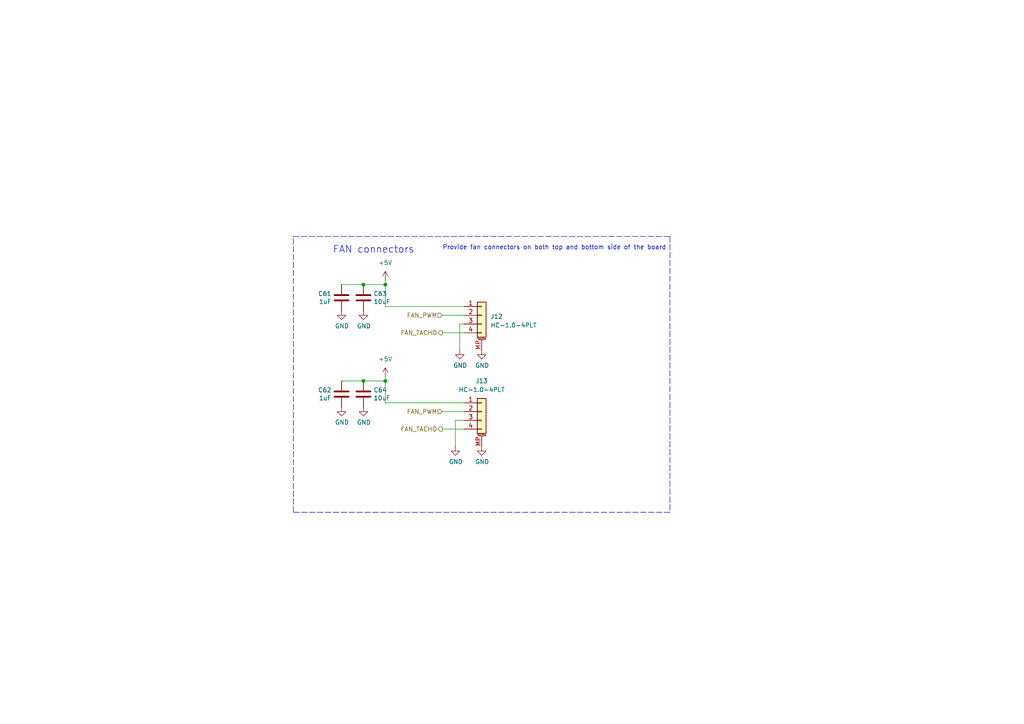
<source format=kicad_sch>
(kicad_sch (version 20250114) (generator "eeschema") (generator_version "9.0")
  (paper "A4")
  (title_block (title "HALPI2") (date "2025-03-27") (rev "v0.2.0") (company "Hat Labs Oy") (comment 1 "https://ohwr.org/cern_ohl_s_v2.pdf") (comment 2 "To view a copy of this license, visit ") (comment 3 "HALPI2 is licensed under CERN-OHL-S v2."))
  (lib_symbols
    (symbol "Connector_Generic_MountingPin:Conn_01x04_MountingPin" (pin_names (offset 1.016) (hide yes))
      (property "Reference" "J" (at 0 5.08 0))
      (property "Value" "Conn_01x04_MountingPin" (at 1.27 -7.62 0))
      (symbol "Conn_01x04_MountingPin_1_1"
        (rectangle (start -1.27 3.81) (end 1.27 -6.35) (stroke (width 0.254)) (fill (type background)))
        (rectangle (start -1.27 2.667) (end 0 2.413) (stroke (width 0.1524)))
        (rectangle (start -1.27 0.127) (end 0 -0.127) (stroke (width 0.1524)))
        (rectangle (start -1.27 -2.413) (end 0 -2.667) (stroke (width 0.1524)))
        (rectangle (start -1.27 -4.953) (end 0 -5.207) (stroke (width 0.1524)))
        (polyline (pts (xy -1.016 -7.112) (xy 1.016 -7.112)) (stroke (width 0.1524)))
        (text "Mounting" (at 0 -6.731 0) (effects (font (size 0.381 0.381))))
        (pin passive line (at -5.08 2.54 0) (length 3.81) (name "Pin_1") (number "1"))
        (pin passive line (at -5.08 0 0) (length 3.81) (name "Pin_2") (number "2"))
        (pin passive line (at -5.08 -2.54 0) (length 3.81) (name "Pin_3") (number "3"))
        (pin passive line (at -5.08 -5.08 0) (length 3.81) (name "Pin_4") (number "4"))
        (pin passive line (at 0 -10.16 90) (length 3.048) (name "MountPin") (number "MP"))
      )
    )
    (symbol "Device:C" (pin_numbers (hide yes)) (pin_names (offset 0.254))
      (property "Reference" "C" (at 0.635 2.54 0))
      (property "Value" "C" (at 0.635 -2.54 0))
      (symbol "C_0_1"
        (polyline (pts (xy -2.032 0.762) (xy 2.032 0.762)) (stroke (width 0.508)))
        (polyline (pts (xy -2.032 -0.762) (xy 2.032 -0.762)) (stroke (width 0.508)))
      )
      (symbol "C_1_1"
        (pin passive line (at 0 3.81 270) (length 2.794) (name "~") (number "1"))
        (pin passive line (at 0 -3.81 90) (length 2.794) (name "~") (number "2"))
      )
    )
    (symbol "power:+5V" (power) (pin_numbers (hide yes)) (pin_names (offset 0) (hide yes))
      (property "Value" "+5V" (at 0 3.556 0))
      (symbol "+5V_0_1"
        (polyline (pts (xy -0.762 1.27) (xy 0 2.54)))
        (polyline (pts (xy 0 2.54) (xy 0.762 1.27)))
        (polyline (pts (xy 0 0) (xy 0 2.54)))
      )
      (symbol "+5V_1_1"
        (pin power_in line (at 0 0 90) (length 0) (name "~") (number "1"))
      )
    )
    (symbol "power:GND" (power) (pin_numbers (hide yes)) (pin_names (offset 0) (hide yes))
      (property "Value" "GND" (at 0 -3.81 0))
      (symbol "GND_0_1"
        (polyline (pts (xy 0 0) (xy 0 -1.27) (xy 1.27 -1.27) (xy 0 -2.54) (xy -1.27 -1.27) (xy 0 -1.27)))
      )
      (symbol "GND_1_1"
        (pin power_in line (at 0 0 270) (length 0) (name "~") (number "1"))
      )
    )
  )
  (text "FAN connectors" (at 96.52 73.66 0) (effects (font (size 2.0066 2.0066)) (justify left bottom)))
  (text "Provide fan connectors on both top and bottom side of the board" (at 160.782 71.882 0) (effects (font (size 1.27 1.27))))
  (junction (at 105.41 82.55))
  (junction (at 105.41 110.49))
  (junction (at 111.76 110.49))
  (junction (at 111.76 82.55))
  (wire (pts (xy 99.06 82.55) (xy 105.41 82.55)))
  (wire (pts (xy 105.41 82.55) (xy 111.76 82.55)))
  (wire (pts (xy 111.76 109.22) (xy 111.76 110.49)))
  (wire (pts (xy 132.08 121.92) (xy 132.08 129.54)))
  (polyline (pts (xy 85.09 148.59) (xy 85.09 68.58)) (stroke (width 0) (type dash)))
  (wire (pts (xy 134.62 93.98) (xy 133.35 93.98)))
  (polyline (pts (xy 85.09 68.58) (xy 194.31 68.58)) (stroke (width 0) (type dash)))
  (wire (pts (xy 99.06 110.49) (xy 105.41 110.49)))
  (wire (pts (xy 111.76 110.49) (xy 111.76 116.84)))
  (wire (pts (xy 111.76 82.55) (xy 111.76 88.9)))
  (wire (pts (xy 132.08 121.92) (xy 134.62 121.92)))
  (wire (pts (xy 111.76 81.28) (xy 111.76 82.55)))
  (polyline (pts (xy 194.31 148.59) (xy 85.09 148.59)) (stroke (width 0) (type dash)))
  (wire (pts (xy 111.76 88.9) (xy 134.62 88.9)))
  (polyline (pts (xy 194.31 68.58) (xy 194.31 148.59)) (stroke (width 0) (type dash)))
  (wire (pts (xy 128.27 119.38) (xy 134.62 119.38)))
  (wire (pts (xy 133.35 93.98) (xy 133.35 101.6)))
  (wire (pts (xy 111.76 116.84) (xy 134.62 116.84)))
  (wire (pts (xy 105.41 110.49) (xy 111.76 110.49)))
  (wire (pts (xy 128.27 96.52) (xy 134.62 96.52)))
  (wire (pts (xy 128.27 91.44) (xy 134.62 91.44)))
  (wire (pts (xy 128.27 124.46) (xy 134.62 124.46)))
  (hierarchical_label "FAN_PWM" (shape input) (at 128.27 119.38 180))
  (hierarchical_label "FAN_PWM" (shape input) (at 128.27 91.44 180))
  (hierarchical_label "FAN_TACHO" (shape output) (at 128.27 124.46 180))
  (hierarchical_label "FAN_TACHO" (shape output) (at 128.27 96.52 180))
  (symbol (lib_id "Device:C") (at 105.41 86.36 0) (unit 1)
    (property "Reference" "C63" (at 108.331 85.1916 0) (effects (justify left)))
    (property "Value" "10uF" (at 108.331 87.503 0) (effects (justify left)))
    (property "Footprint" "Capacitor_SMD:C_0603_1608Metric" (effects (hide yes)))
    (property "Description" "Unpolarized capacitor" (effects (hide yes)))
    (property "LCSC" "C19702" (effects (hide yes)))
  )
  (symbol (lib_id "power:GND") (at 133.35 101.6 0) (unit 1)
    (property "Reference" "#PWR0104" (effects (hide yes)))
    (property "Value" "GND" (at 133.477 105.9942 0))
    (property "Description" "Power symbol creates a global label with name \"GND\" , ground" (effects (hide yes)))
  )
  (symbol (lib_id "Device:C") (at 99.06 86.36 0) (mirror y) (unit 1)
    (property "Reference" "C61" (at 96.139 85.1916 0) (effects (justify left)))
    (property "Value" "1uF" (at 96.139 87.503 0) (effects (justify left)))
    (property "Footprint" "Capacitor_SMD:C_0402_1005Metric" (effects (hide yes)))
    (property "Description" "Unpolarized capacitor" (effects (hide yes)))
    (property "LCSC" "C52923" (effects (hide yes)))
  )
  (symbol (lib_id "power:GND") (at 105.41 90.17 0) (unit 1)
    (property "Reference" "#PWR099" (effects (hide yes)))
    (property "Value" "GND" (at 105.537 94.5642 0))
    (property "Description" "Power symbol creates a global label with name \"GND\" , ground" (effects (hide yes)))
  )
  (symbol (lib_id "power:GND") (at 99.06 90.17 0) (unit 1)
    (property "Reference" "#PWR097" (effects (hide yes)))
    (property "Value" "GND" (at 99.187 94.5642 0))
    (property "Description" "Power symbol creates a global label with name \"GND\" , ground" (effects (hide yes)))
  )
  (symbol (lib_id "power:GND") (at 105.41 118.11 0) (unit 1)
    (property "Reference" "#PWR0100" (effects (hide yes)))
    (property "Value" "GND" (at 105.537 122.5042 0))
    (property "Description" "Power symbol creates a global label with name \"GND\" , ground" (effects (hide yes)))
  )
  (symbol (lib_id "Device:C") (at 105.41 114.3 0) (unit 1)
    (property "Reference" "C64" (at 108.331 113.1316 0) (effects (justify left)))
    (property "Value" "10uF" (at 108.331 115.443 0) (effects (justify left)))
    (property "Footprint" "Capacitor_SMD:C_0603_1608Metric" (effects (hide yes)))
    (property "Description" "Unpolarized capacitor" (effects (hide yes)))
    (property "LCSC" "C19702" (effects (hide yes)))
  )
  (symbol (lib_id "power:GND") (at 132.08 129.54 0) (unit 1)
    (property "Reference" "#PWR0103" (effects (hide yes)))
    (property "Value" "GND" (at 132.207 133.9342 0))
    (property "Description" "Power symbol creates a global label with name \"GND\" , ground" (effects (hide yes)))
  )
  (symbol (lib_id "power:GND") (at 99.06 118.11 0) (unit 1)
    (property "Reference" "#PWR098" (effects (hide yes)))
    (property "Value" "GND" (at 99.187 122.5042 0))
    (property "Description" "Power symbol creates a global label with name \"GND\" , ground" (effects (hide yes)))
  )
  (symbol (lib_id "power:+5V") (at 111.76 81.28 0) (unit 1)
    (property "Reference" "#PWR0101" (effects (hide yes)))
    (property "Value" "+5V" (at 111.76 76.2 0))
    (property "Description" "Power symbol creates a global label with name \"+5V\"" (effects (hide yes)))
  )
  (symbol (lib_id "power:+5V") (at 111.76 109.22 0) (unit 1)
    (property "Reference" "#PWR0102" (effects (hide yes)))
    (property "Value" "+5V" (at 111.76 104.14 0))
    (property "Description" "Power symbol creates a global label with name \"+5V\"" (effects (hide yes)))
  )
  (symbol (lib_id "power:GND") (at 139.7 101.6 0) (unit 1)
    (property "Reference" "#PWR0105" (effects (hide yes)))
    (property "Value" "GND" (at 139.827 105.9942 0))
    (property "Description" "Power symbol creates a global label with name \"GND\" , ground" (effects (hide yes)))
  )
  (symbol (lib_id "Device:C") (at 99.06 114.3 0) (mirror y) (unit 1)
    (property "Reference" "C62" (at 96.139 113.1316 0) (effects (justify left)))
    (property "Value" "1uF" (at 96.139 115.443 0) (effects (justify left)))
    (property "Footprint" "Capacitor_SMD:C_0402_1005Metric" (effects (hide yes)))
    (property "Description" "Unpolarized capacitor" (effects (hide yes)))
    (property "LCSC" "C52923" (effects (hide yes)))
  )
  (symbol (lib_id "Connector_Generic_MountingPin:Conn_01x04_MountingPin") (at 139.7 91.44 0) (unit 1)
    (property "Reference" "J12" (at 142.24 91.7955 0) (effects (justify left)))
    (property "Value" "HC-1.0-4PLT" (at 142.24 94.3355 0) (effects (justify left)))
    (property "Footprint" "Hatlabs:JST_SH_HCTL_HC-1.0-4PLT_1x04-1MP_P1.00mm_Vertical" (effects (hide yes)))
    (property "Description" "Generic connectable mounting pin connector, single row, 01x04, script generated (kicad-library-utils/schlib/autogen/connector/)" (effects (hide yes)))
    (property "LCSC" "C2845372" (effects (hide yes)))
    (property "JLCPCB_CORRECTION" "0;0.635;180" (effects (hide yes)))
  )
  (symbol (lib_id "Connector_Generic_MountingPin:Conn_01x04_MountingPin") (at 139.7 119.38 0) (unit 1)
    (property "Reference" "J13" (at 139.7 110.49 0))
    (property "Value" "HC-1.0-4PLT" (at 139.7 113.03 0))
    (property "Footprint" "Hatlabs:JST_SH_HCTL_HC-1.0-4PLT_1x04-1MP_P1.00mm_Vertical" (effects (hide yes)))
    (property "Description" "Generic connectable mounting pin connector, single row, 01x04, script generated (kicad-library-utils/schlib/autogen/connector/)" (effects (hide yes)))
    (property "LCSC" "C2845372" (effects (hide yes)))
    (property "JLCPCB_CORRECTION" "0;0.635;180" (effects (hide yes)))
  )
  (symbol (lib_id "power:GND") (at 139.7 129.54 0) (unit 1)
    (property "Reference" "#PWR0106" (effects (hide yes)))
    (property "Value" "GND" (at 139.827 133.9342 0))
    (property "Description" "Power symbol creates a global label with name \"GND\" , ground" (effects (hide yes)))
  )
)
</source>
